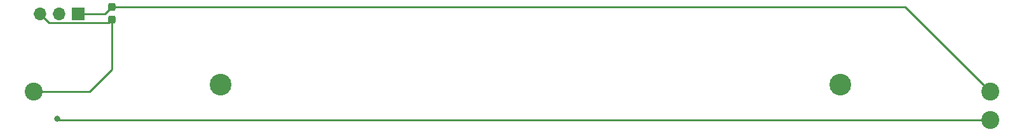
<source format=gtl>
%TF.GenerationSoftware,KiCad,Pcbnew,6.0.4-6f826c9f35~116~ubuntu20.04.1*%
%TF.CreationDate,2022-04-30T10:36:36-06:00*%
%TF.ProjectId,pot-holder,706f742d-686f-46c6-9465-722e6b696361,rev?*%
%TF.SameCoordinates,Original*%
%TF.FileFunction,Copper,L1,Top*%
%TF.FilePolarity,Positive*%
%FSLAX46Y46*%
G04 Gerber Fmt 4.6, Leading zero omitted, Abs format (unit mm)*
G04 Created by KiCad (PCBNEW 6.0.4-6f826c9f35~116~ubuntu20.04.1) date 2022-04-30 10:36:36*
%MOMM*%
%LPD*%
G01*
G04 APERTURE LIST*
G04 Aperture macros list*
%AMRoundRect*
0 Rectangle with rounded corners*
0 $1 Rounding radius*
0 $2 $3 $4 $5 $6 $7 $8 $9 X,Y pos of 4 corners*
0 Add a 4 corners polygon primitive as box body*
4,1,4,$2,$3,$4,$5,$6,$7,$8,$9,$2,$3,0*
0 Add four circle primitives for the rounded corners*
1,1,$1+$1,$2,$3*
1,1,$1+$1,$4,$5*
1,1,$1+$1,$6,$7*
1,1,$1+$1,$8,$9*
0 Add four rect primitives between the rounded corners*
20,1,$1+$1,$2,$3,$4,$5,0*
20,1,$1+$1,$4,$5,$6,$7,0*
20,1,$1+$1,$6,$7,$8,$9,0*
20,1,$1+$1,$8,$9,$2,$3,0*%
G04 Aperture macros list end*
%TA.AperFunction,ComponentPad*%
%ADD10C,2.400000*%
%TD*%
%TA.AperFunction,ComponentPad*%
%ADD11C,2.900000*%
%TD*%
%TA.AperFunction,ComponentPad*%
%ADD12R,1.700000X1.700000*%
%TD*%
%TA.AperFunction,ComponentPad*%
%ADD13O,1.700000X1.700000*%
%TD*%
%TA.AperFunction,SMDPad,CuDef*%
%ADD14RoundRect,0.237500X-0.237500X0.300000X-0.237500X-0.300000X0.237500X-0.300000X0.237500X0.300000X0*%
%TD*%
%TA.AperFunction,ViaPad*%
%ADD15C,0.800000*%
%TD*%
%TA.AperFunction,Conductor*%
%ADD16C,0.250000*%
%TD*%
G04 APERTURE END LIST*
D10*
%TO.P,RV1,1,1*%
%TO.N,Net-(C1-Pad1)*%
X194025000Y-65395000D03*
%TO.P,RV1,2,2*%
%TO.N,Net-(J1-Pad2)*%
X194025000Y-69195000D03*
%TO.P,RV1,3,3*%
%TO.N,Net-(C1-Pad2)*%
X66525000Y-65395000D03*
D11*
%TO.P,RV1,~*%
%TO.N,N/C*%
X91475000Y-64445000D03*
X173975000Y-64445000D03*
%TD*%
D12*
%TO.P,J1,1,Pin_1*%
%TO.N,Net-(C1-Pad1)*%
X72525000Y-55000000D03*
D13*
%TO.P,J1,2,Pin_2*%
%TO.N,Net-(J1-Pad2)*%
X69985000Y-55000000D03*
%TO.P,J1,3,Pin_3*%
%TO.N,Net-(C1-Pad2)*%
X67445000Y-55000000D03*
%TD*%
D14*
%TO.P,C1,1*%
%TO.N,Net-(C1-Pad1)*%
X77000000Y-54037500D03*
%TO.P,C1,2*%
%TO.N,Net-(C1-Pad2)*%
X77000000Y-55762500D03*
%TD*%
D15*
%TO.N,Net-(J1-Pad2)*%
X69700000Y-69000000D03*
%TD*%
D16*
%TO.N,Net-(J1-Pad2)*%
X194025000Y-69195000D02*
X69895000Y-69195000D01*
X69895000Y-69195000D02*
X69700000Y-69000000D01*
%TO.N,Net-(C1-Pad1)*%
X77000000Y-54037500D02*
X182667500Y-54037500D01*
X182667500Y-54037500D02*
X194025000Y-65395000D01*
%TO.N,Net-(C1-Pad2)*%
X77000000Y-55762500D02*
X77000000Y-62400000D01*
X77000000Y-62400000D02*
X74005000Y-65395000D01*
X74005000Y-65395000D02*
X66525000Y-65395000D01*
X67445000Y-55000000D02*
X68619511Y-56174511D01*
X68619511Y-56174511D02*
X76587989Y-56174511D01*
X76587989Y-56174511D02*
X77000000Y-55762500D01*
%TO.N,Net-(C1-Pad1)*%
X72525000Y-55000000D02*
X76037500Y-55000000D01*
X76037500Y-55000000D02*
X77000000Y-54037500D01*
%TD*%
M02*

</source>
